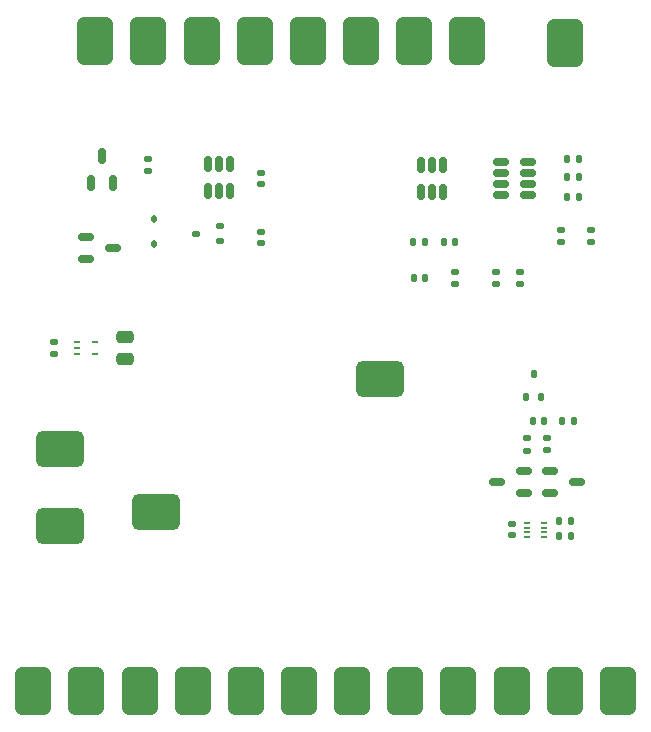
<source format=gbr>
%TF.GenerationSoftware,KiCad,Pcbnew,9.0.3*%
%TF.CreationDate,2025-08-17T21:24:33+09:00*%
%TF.ProjectId,accboard,61636362-6f61-4726-942e-6b696361645f,rev?*%
%TF.SameCoordinates,Original*%
%TF.FileFunction,Paste,Top*%
%TF.FilePolarity,Positive*%
%FSLAX46Y46*%
G04 Gerber Fmt 4.6, Leading zero omitted, Abs format (unit mm)*
G04 Created by KiCad (PCBNEW 9.0.3) date 2025-08-17 21:24:33*
%MOMM*%
%LPD*%
G01*
G04 APERTURE LIST*
G04 Aperture macros list*
%AMRoundRect*
0 Rectangle with rounded corners*
0 $1 Rounding radius*
0 $2 $3 $4 $5 $6 $7 $8 $9 X,Y pos of 4 corners*
0 Add a 4 corners polygon primitive as box body*
4,1,4,$2,$3,$4,$5,$6,$7,$8,$9,$2,$3,0*
0 Add four circle primitives for the rounded corners*
1,1,$1+$1,$2,$3*
1,1,$1+$1,$4,$5*
1,1,$1+$1,$6,$7*
1,1,$1+$1,$8,$9*
0 Add four rect primitives between the rounded corners*
20,1,$1+$1,$2,$3,$4,$5,0*
20,1,$1+$1,$4,$5,$6,$7,0*
20,1,$1+$1,$6,$7,$8,$9,0*
20,1,$1+$1,$8,$9,$2,$3,0*%
G04 Aperture macros list end*
%ADD10RoundRect,0.150000X0.150000X-0.512500X0.150000X0.512500X-0.150000X0.512500X-0.150000X-0.512500X0*%
%ADD11RoundRect,0.135000X-0.185000X0.135000X-0.185000X-0.135000X0.185000X-0.135000X0.185000X0.135000X0*%
%ADD12RoundRect,0.135000X0.135000X0.185000X-0.135000X0.185000X-0.135000X-0.185000X0.135000X-0.185000X0*%
%ADD13RoundRect,0.135000X0.185000X-0.135000X0.185000X0.135000X-0.185000X0.135000X-0.185000X-0.135000X0*%
%ADD14RoundRect,0.135000X-0.135000X-0.185000X0.135000X-0.185000X0.135000X0.185000X-0.135000X0.185000X0*%
%ADD15RoundRect,0.450000X1.550000X-1.050000X1.550000X1.050000X-1.550000X1.050000X-1.550000X-1.050000X0*%
%ADD16RoundRect,0.140000X0.140000X0.170000X-0.140000X0.170000X-0.140000X-0.170000X0.140000X-0.170000X0*%
%ADD17RoundRect,0.450000X-1.550000X1.050000X-1.550000X-1.050000X1.550000X-1.050000X1.550000X1.050000X0*%
%ADD18RoundRect,0.150000X-0.512500X-0.150000X0.512500X-0.150000X0.512500X0.150000X-0.512500X0.150000X0*%
%ADD19RoundRect,0.140000X-0.140000X-0.170000X0.140000X-0.170000X0.140000X0.170000X-0.140000X0.170000X0*%
%ADD20RoundRect,0.112500X0.112500X-0.187500X0.112500X0.187500X-0.112500X0.187500X-0.112500X-0.187500X0*%
%ADD21RoundRect,0.140000X-0.170000X0.140000X-0.170000X-0.140000X0.170000X-0.140000X0.170000X0.140000X0*%
%ADD22RoundRect,0.450000X-1.050000X-1.550000X1.050000X-1.550000X1.050000X1.550000X-1.050000X1.550000X0*%
%ADD23RoundRect,0.140000X0.170000X-0.140000X0.170000X0.140000X-0.170000X0.140000X-0.170000X-0.140000X0*%
%ADD24RoundRect,0.112500X-0.112500X-0.237500X0.112500X-0.237500X0.112500X0.237500X-0.112500X0.237500X0*%
%ADD25RoundRect,0.112500X0.237500X-0.112500X0.237500X0.112500X-0.237500X0.112500X-0.237500X-0.112500X0*%
%ADD26R,0.530098X0.254000*%
%ADD27RoundRect,0.250000X0.475000X-0.250000X0.475000X0.250000X-0.475000X0.250000X-0.475000X-0.250000X0*%
%ADD28R,0.499999X0.200000*%
%ADD29RoundRect,0.150000X0.512500X0.150000X-0.512500X0.150000X-0.512500X-0.150000X0.512500X-0.150000X0*%
G04 APERTURE END LIST*
D10*
%TO.C,U2*%
X102550000Y-51775000D03*
X103500000Y-51775000D03*
X104450000Y-51775000D03*
X104450000Y-49500000D03*
X103500000Y-49500000D03*
X102550000Y-49500000D03*
%TD*%
D11*
%TO.C,R3*%
X79500000Y-48980000D03*
X79500000Y-50000000D03*
%TD*%
D12*
%TO.C,R5*%
X115275000Y-79625000D03*
X114255000Y-79625000D03*
%TD*%
D13*
%TO.C,5K 5K*%
X110950000Y-59520000D03*
X110950000Y-58500000D03*
%TD*%
%TO.C,R9*%
X105490000Y-59520000D03*
X105490000Y-58500000D03*
%TD*%
D14*
%TO.C,R7*%
X114940000Y-50500000D03*
X115960000Y-50500000D03*
%TD*%
D15*
%TO.C,5V*%
X72000000Y-80000000D03*
%TD*%
D11*
%TO.C,R1*%
X116950000Y-55000000D03*
X116950000Y-56020000D03*
%TD*%
D13*
%TO.C,R11*%
X113275000Y-73625000D03*
X113275000Y-72605000D03*
%TD*%
D16*
%TO.C,C6*%
X112985000Y-71125000D03*
X112025000Y-71125000D03*
%TD*%
D17*
%TO.C,J6*%
X99125000Y-67625000D03*
%TD*%
D18*
%TO.C,Q1*%
X74225000Y-55550000D03*
X74225000Y-57450000D03*
X76500000Y-56500000D03*
%TD*%
D17*
%TO.C,J7*%
X80125000Y-78875000D03*
%TD*%
D19*
%TO.C,C1*%
X101990000Y-59000000D03*
X102950000Y-59000000D03*
%TD*%
D20*
%TO.C,D1*%
X80000000Y-56137500D03*
X80000000Y-54037500D03*
%TD*%
D21*
%TO.C,C2*%
X89000000Y-55137500D03*
X89000000Y-56097500D03*
%TD*%
D18*
%TO.C,U3*%
X109362500Y-49187500D03*
X109362500Y-50137500D03*
X109362500Y-51087500D03*
X109362000Y-52037500D03*
X111640000Y-52037500D03*
X111637500Y-51087500D03*
X111637500Y-50137500D03*
X111637500Y-49187500D03*
%TD*%
D22*
%TO.C,J5*%
X114750000Y-39150000D03*
%TD*%
D12*
%TO.C,R6*%
X115950000Y-49000000D03*
X114930000Y-49000000D03*
%TD*%
D15*
%TO.C,3.3V*%
X72000000Y-73500000D03*
%TD*%
D21*
%TO.C,C3*%
X89000000Y-50137500D03*
X89000000Y-51097500D03*
%TD*%
D12*
%TO.C,R2*%
X115950000Y-52137500D03*
X114930000Y-52137500D03*
%TD*%
D13*
%TO.C,R9*%
X108950000Y-59530000D03*
X108950000Y-58510000D03*
%TD*%
D21*
%TO.C,C7*%
X71500000Y-64480586D03*
X71500000Y-65440586D03*
%TD*%
D14*
%TO.C,R4*%
X114255000Y-80875000D03*
X115275000Y-80875000D03*
%TD*%
D23*
%TO.C,C9*%
X110275000Y-80835000D03*
X110275000Y-79875000D03*
%TD*%
D24*
%TO.C,Q6*%
X111475000Y-69125000D03*
X112775000Y-69125000D03*
X112125000Y-67125000D03*
%TD*%
D25*
%TO.C,Q3*%
X85550000Y-55937500D03*
X85550000Y-54637500D03*
X83550000Y-55287500D03*
%TD*%
D22*
%TO.C,J1*%
X69750000Y-94000000D03*
X74250000Y-94000000D03*
X78750000Y-94000000D03*
X83250000Y-94000000D03*
X87750000Y-94000000D03*
X92250000Y-94000000D03*
X96750000Y-94000000D03*
X101250000Y-94000000D03*
X105750000Y-94000000D03*
X110250000Y-94000000D03*
X114750000Y-94000000D03*
X119250000Y-94000000D03*
%TD*%
D26*
%TO.C,U5*%
X73479302Y-64484000D03*
X73479302Y-64992000D03*
X73479302Y-65500000D03*
X75000000Y-65500000D03*
X75000000Y-64484000D03*
%TD*%
D12*
%TO.C,R12*%
X115535000Y-71125000D03*
X114515000Y-71125000D03*
%TD*%
D10*
%TO.C,Q2*%
X74600000Y-51000000D03*
X76500000Y-51000000D03*
X75550000Y-48725000D03*
%TD*%
D16*
%TO.C,C5*%
X105460000Y-56000000D03*
X104500000Y-56000000D03*
%TD*%
D18*
%TO.C,Q5*%
X113525000Y-75375000D03*
X113525000Y-77275000D03*
X115800000Y-76325000D03*
%TD*%
D27*
%TO.C,C8*%
X77550000Y-65910586D03*
X77550000Y-64010586D03*
%TD*%
D22*
%TO.C,J2*%
X106500000Y-39000000D03*
X102000000Y-39000000D03*
X97500000Y-39000000D03*
X93000000Y-39000000D03*
X88500000Y-39000000D03*
X84000000Y-39000000D03*
X79500000Y-39000000D03*
X75000000Y-39000000D03*
%TD*%
D28*
%TO.C,U4*%
X113025001Y-80974999D03*
X113025001Y-80575000D03*
X113025001Y-80175000D03*
X113025001Y-79775001D03*
X111524999Y-79775001D03*
X111524999Y-80175000D03*
X111524999Y-80575000D03*
X111524999Y-80974999D03*
%TD*%
D14*
%TO.C,R8*%
X101930000Y-56000000D03*
X102950000Y-56000000D03*
%TD*%
D13*
%TO.C,R10*%
X111525000Y-73645000D03*
X111525000Y-72625000D03*
%TD*%
D10*
%TO.C,U1*%
X84550000Y-51637500D03*
X85500000Y-51637500D03*
X86450000Y-51637500D03*
X86450000Y-49362500D03*
X85500000Y-49362500D03*
X84550000Y-49362500D03*
%TD*%
D23*
%TO.C,C4*%
X114450000Y-55960000D03*
X114450000Y-55000000D03*
%TD*%
D29*
%TO.C,Q4*%
X111275000Y-77275000D03*
X111275000Y-75375000D03*
X109000000Y-76325000D03*
%TD*%
M02*

</source>
